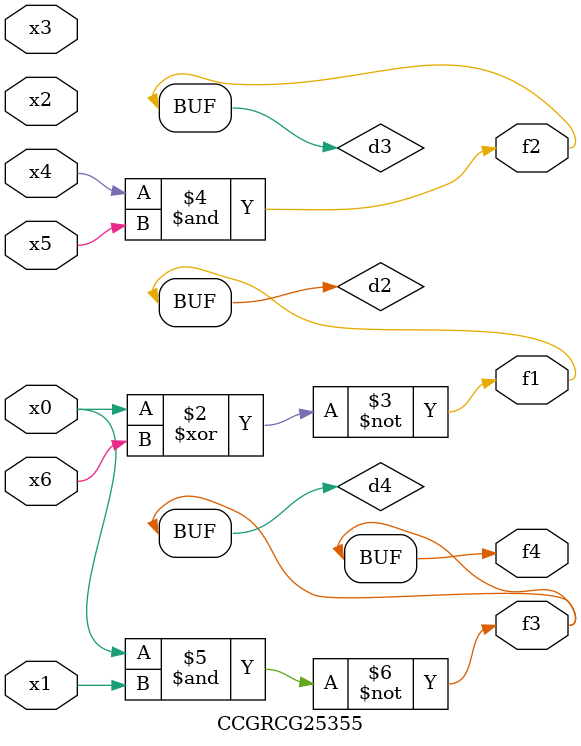
<source format=v>
module CCGRCG25355(
	input x0, x1, x2, x3, x4, x5, x6,
	output f1, f2, f3, f4
);

	wire d1, d2, d3, d4;

	nor (d1, x0);
	xnor (d2, x0, x6);
	and (d3, x4, x5);
	nand (d4, x0, x1);
	assign f1 = d2;
	assign f2 = d3;
	assign f3 = d4;
	assign f4 = d4;
endmodule

</source>
